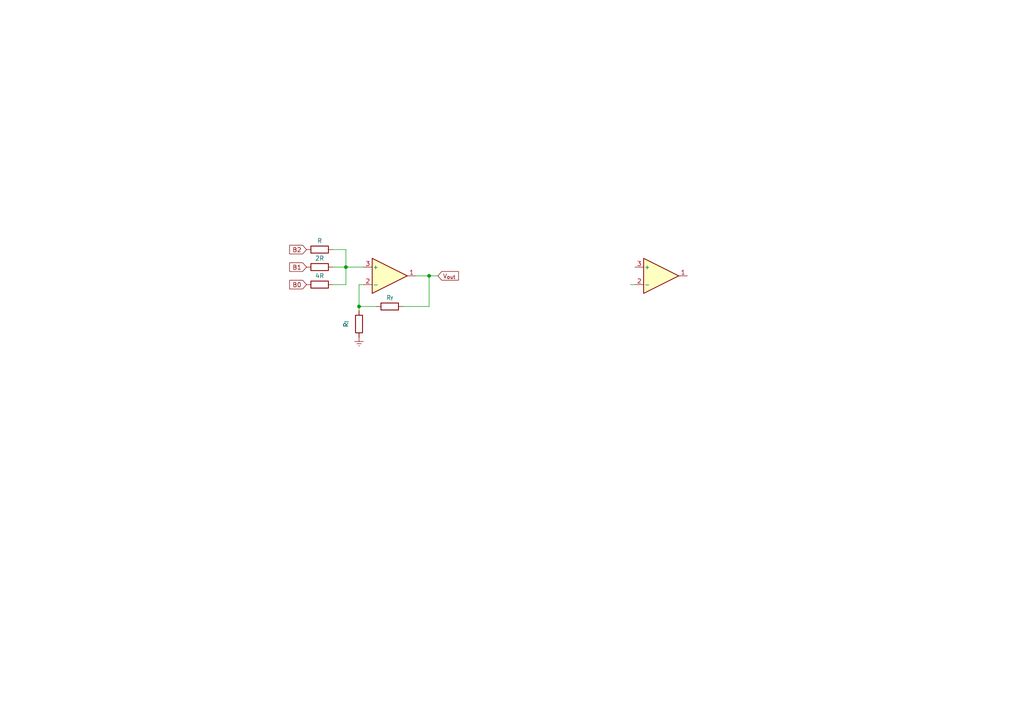
<source format=kicad_sch>
(kicad_sch (version 20211123) (generator eeschema)
  (paper "A4")
  (lib_symbols
    (symbol "Amplifier_Operational:AD8676xR" (pin_names (offset 0.127))
      (property "Reference" "U" (at 2.54 6.35 0))
      (property "Value" "AD8676xR" (at 2.54 3.81 0))
      (symbol "AD8676xR_1_1"
        (polyline (pts (xy 5.08 0) (xy -5.08 5.08) (xy -5.08 -5.08) (xy 5.08 0)) (stroke (width 0.254)) (fill (type background)))
        (pin output line (at 7.62 0 180) (length 2.54) (name "~") (number "1"))
        (pin input line (at -7.62 -2.54 0) (length 2.54) (name "-") (number "2"))
        (pin input line (at -7.62 2.54 0) (length 2.54) (name "+") (number "3"))
      )
      (symbol "AD8676xR_2_1"
        (polyline (pts (xy 5.08 0) (xy -5.08 5.08) (xy -5.08 -5.08) (xy 5.08 0)) (stroke (width 0.254)) (fill (type background)))
        (pin input line (at -7.62 2.54 0) (length 2.54) (name "+") (number "5"))
        (pin input line (at -7.62 -2.54 0) (length 2.54) (name "-") (number "6"))
        (pin output line (at 7.62 0 180) (length 2.54) (name "~") (number "7"))
      )
      (symbol "AD8676xR_3_1"
        (pin power_in line (at 0 -7.62 90) (length 3.81) (name "V-") (number "4"))
        (pin power_in line (at 0 7.62 270) (length 3.81) (name "V+") (number "8"))
      )
    )
    (symbol "Device:R" (pin_numbers hide) (pin_names (offset 0))
      (property "Reference" "R" (at 2.032 0 90))
      (property "Value" "R" (at 0 0 90))
      (symbol "R_0_1"
        (rectangle (start -1.016 -2.54) (end 1.016 2.54) (stroke (width 0.254)))
      )
      (symbol "R_1_1"
        (pin passive line (at 0 3.81 270) (length 1.27) (name "~") (number "1"))
        (pin passive line (at 0 -3.81 90) (length 1.27) (name "~") (number "2"))
      )
    )
    (symbol "power:Earth" (power) (pin_names (offset 0))
      (symbol "Earth_0_1"
        (polyline (pts (xy -0.635 -1.905) (xy 0.635 -1.905)))
        (polyline (pts (xy -0.127 -2.54) (xy 0.127 -2.54)))
        (polyline (pts (xy 0 -1.27) (xy 0 0)))
        (polyline (pts (xy 1.27 -1.27) (xy -1.27 -1.27)))
      )
      (symbol "Earth_1_1"
        (pin power_in line (at 0 0 270) (length 0) hide (name "Earth") (number "1"))
      )
    )
  )
  (junction (at 104.14 88.9))
  (junction (at 100.33 77.47))
  (junction (at 124.46 80.01))
  (wire (pts (xy 116.84 88.9) (xy 124.46 88.9)))
  (wire (pts (xy 124.46 80.01) (xy 120.65 80.01)))
  (wire (pts (xy 124.46 80.01) (xy 127 80.01)))
  (wire (pts (xy 96.52 82.55) (xy 100.33 82.55)))
  (wire (pts (xy 104.14 88.9) (xy 109.22 88.9)))
  (wire (pts (xy 96.52 77.47) (xy 100.33 77.47)))
  (wire (pts (xy 96.52 72.39) (xy 100.33 72.39)))
  (wire (pts (xy 184.15 82.55) (xy 182.88 82.55)))
  (wire (pts (xy 100.33 77.47) (xy 105.41 77.47)))
  (wire (pts (xy 100.33 77.47) (xy 100.33 82.55)))
  (wire (pts (xy 105.41 82.55) (xy 104.14 82.55)))
  (wire (pts (xy 104.14 82.55) (xy 104.14 88.9)))
  (wire (pts (xy 104.14 88.9) (xy 104.14 90.17)))
  (wire (pts (xy 124.46 88.9) (xy 124.46 80.01)))
  (wire (pts (xy 100.33 72.39) (xy 100.33 77.47)))
  (global_label "B2" (shape input) (at 88.9 72.39 180) (property "Intersheet References" "${INTERSHEET_REFS}" (effects hide)))
  (global_label "V_{out}" (shape input) (at 127 80.01 0) (property "Intersheet References" "${INTERSHEET_REFS}" (effects hide)))
  (global_label "B1" (shape input) (at 88.9 77.47 180) (property "Intersheet References" "${INTERSHEET_REFS}" (effects hide)))
  (global_label "B0" (shape input) (at 88.9 82.55 180) (property "Intersheet References" "${INTERSHEET_REFS}" (effects hide)))
  (symbol (lib_id "power:Earth") (at 104.14 97.79 0) (unit 1)
    (property "Reference" "#PWR?" (effects hide))
    (property "Value" "Earth" (effects hide))
  )
  (symbol (lib_id "Amplifier_Operational:AD8676xR") (at 113.03 80.01 0) (unit 1)
    (property "Reference" "U?" (effects hide))
    (property "Value" "AD8676xR" (effects hide))
    (property "Footprint" "Package_SO:SOIC-8_3.9x4.9mm_P1.27mm" (effects hide))
    (property "Datasheet" "https://www.analog.com/media/en/technical-documentation/data-sheets/AD8676.pdf" (effects hide))
  )
  (symbol (lib_id "Device:R") (at 113.03 88.9 90) (unit 1)
    (property "Reference" "R_{f}" (at 113.03 86.36 90))
    (property "Value" "R" (effects hide))
  )
  (symbol (lib_id "Device:R") (at 92.71 82.55 90) (unit 1)
    (property "Reference" "R?" (effects hide))
    (property "Value" "4R" (at 92.71 80.01 90))
  )
  (symbol (lib_id "Device:R") (at 104.14 93.98 180) (unit 1)
    (property "Reference" "R_{i}" (at 100.33 93.98 90))
    (property "Value" "R" (effects hide))
  )
  (symbol (lib_id "Device:R") (at 92.71 77.47 90) (unit 1)
    (property "Reference" "R?" (effects hide))
    (property "Value" "2R" (at 92.71 74.93 90))
  )
  (symbol (lib_id "Device:R") (at 92.71 72.39 90) (unit 1)
    (property "Reference" "R" (effects hide))
    (property "Value" "R" (at 92.71 69.85 90))
  )
  (symbol (lib_id "Amplifier_Operational:AD8676xR") (at 191.77 80.01 0) (unit 1)
    (property "Reference" "U?" (effects hide))
    (property "Value" "AD8676xR" (effects hide))
    (property "Footprint" "Package_SO:SOIC-8_3.9x4.9mm_P1.27mm" (effects hide))
    (property "Datasheet" "https://www.analog.com/media/en/technical-documentation/data-sheets/AD8676.pdf" (effects hide))
  )
)
</source>
